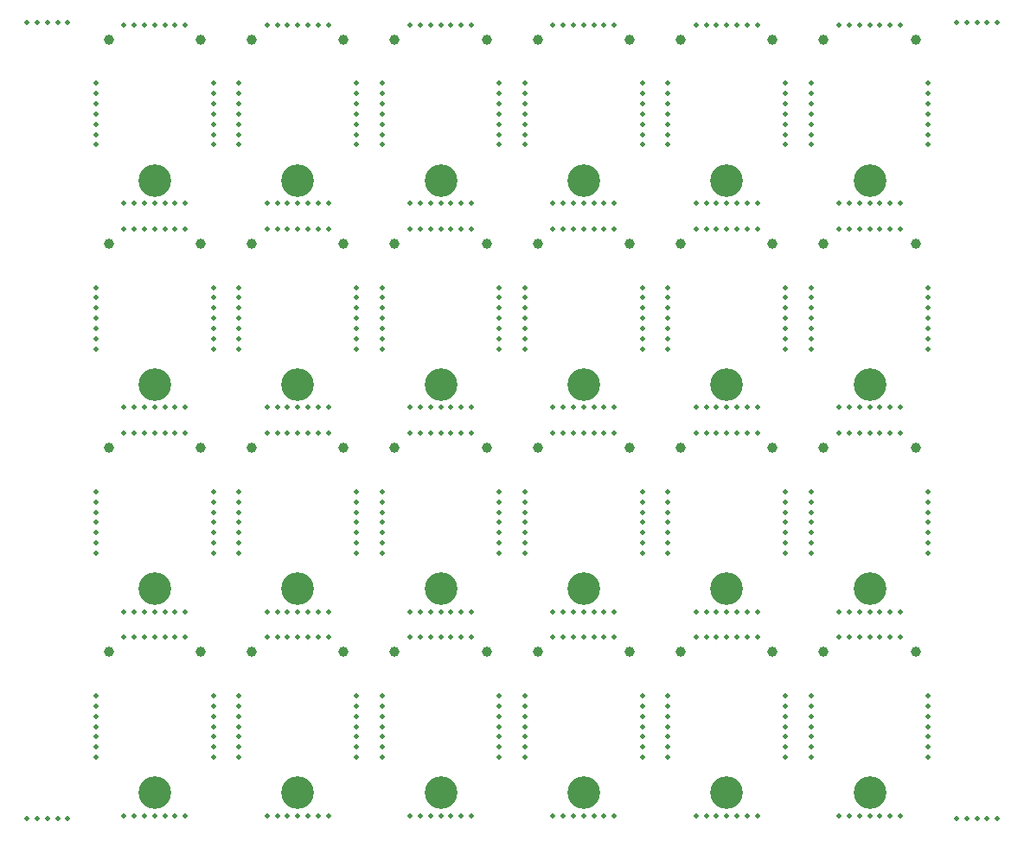
<source format=gbs>
G04 #@! TF.GenerationSoftware,KiCad,Pcbnew,(6.0.9)*
G04 #@! TF.CreationDate,2022-12-08T09:34:55+09:00*
G04 #@! TF.ProjectId,EndPCRailBoard-PNLZ,456e6450-4352-4616-996c-426f6172642d,rev?*
G04 #@! TF.SameCoordinates,PX3938700PY1c9c380*
G04 #@! TF.FileFunction,Soldermask,Bot*
G04 #@! TF.FilePolarity,Negative*
%FSLAX46Y46*%
G04 Gerber Fmt 4.6, Leading zero omitted, Abs format (unit mm)*
G04 Created by KiCad (PCBNEW (6.0.9)) date 2022-12-08 09:34:55*
%MOMM*%
%LPD*%
G01*
G04 APERTURE LIST*
%ADD10C,0.500000*%
%ADD11C,1.000000*%
%ADD12C,3.200000*%
G04 APERTURE END LIST*
D10*
X74750000Y-39000000D03*
D11*
X17500000Y-68700000D03*
D10*
X77250000Y-75000000D03*
X13000000Y-44750000D03*
X85000000Y-64750000D03*
X88750000Y-17000000D03*
X26000000Y-64750000D03*
X88750000Y-13000000D03*
X81000000Y-7250000D03*
X7250000Y-34000000D03*
X93500000Y-85000000D03*
X60750000Y-37000000D03*
X68000000Y-64750000D03*
D11*
X64500000Y-48700000D03*
D10*
X49250000Y-35000000D03*
X49250000Y-18000000D03*
X71000000Y-47250000D03*
D11*
X50500000Y-28700000D03*
D10*
X83000000Y-67250000D03*
X49250000Y-34000000D03*
X77250000Y-79000000D03*
X63250000Y-19000000D03*
X80000000Y-47250000D03*
X52000000Y-67250000D03*
X74750000Y-58000000D03*
X27000000Y-7250000D03*
X77250000Y-36000000D03*
X35250000Y-36000000D03*
X54000000Y-7250000D03*
X80000000Y-84750000D03*
X84000000Y-67250000D03*
X71000000Y-64750000D03*
X70000000Y-27250000D03*
D11*
X31500000Y-28700000D03*
D10*
X52000000Y-44750000D03*
X39000000Y-27250000D03*
D12*
X13000000Y-22500000D03*
D10*
X35250000Y-58000000D03*
X77250000Y-17000000D03*
X21250000Y-35000000D03*
X46750000Y-18000000D03*
X88750000Y-58000000D03*
X82000000Y-24750000D03*
X70000000Y-44750000D03*
X25000000Y-47250000D03*
X25000000Y-24750000D03*
X30000000Y-44750000D03*
X41000000Y-47250000D03*
X52000000Y-84750000D03*
X86000000Y-64750000D03*
X12000000Y-44750000D03*
X11000000Y-67250000D03*
X32750000Y-33000000D03*
X74750000Y-19000000D03*
X21250000Y-18000000D03*
X52000000Y-27250000D03*
X46750000Y-38000000D03*
X83000000Y-44750000D03*
X70000000Y-67250000D03*
X77250000Y-56000000D03*
D12*
X13000000Y-42500000D03*
D10*
X63250000Y-37000000D03*
X74750000Y-55000000D03*
X28000000Y-27250000D03*
X10000000Y-24750000D03*
X32750000Y-18000000D03*
X85000000Y-7250000D03*
X54000000Y-44750000D03*
X10000000Y-7250000D03*
X18750000Y-15000000D03*
X15000000Y-24750000D03*
X18750000Y-36000000D03*
X11000000Y-24750000D03*
X27000000Y-24750000D03*
X25000000Y-84750000D03*
X67000000Y-27250000D03*
X49250000Y-77000000D03*
X71000000Y-84750000D03*
X56000000Y-24750000D03*
X18750000Y-79000000D03*
X7250000Y-39000000D03*
D12*
X27000000Y-22500000D03*
D10*
X52000000Y-47250000D03*
X21250000Y-37000000D03*
X21250000Y-58000000D03*
X21250000Y-56000000D03*
X18750000Y-17000000D03*
X77250000Y-14000000D03*
X58000000Y-84750000D03*
X70000000Y-84750000D03*
X44000000Y-67250000D03*
X30000000Y-27250000D03*
X71000000Y-7250000D03*
X68000000Y-24750000D03*
X35250000Y-14000000D03*
X35250000Y-54000000D03*
X88750000Y-53000000D03*
X85000000Y-84750000D03*
X63250000Y-53000000D03*
X12000000Y-84750000D03*
X74750000Y-77000000D03*
D11*
X45500000Y-68700000D03*
D10*
X81000000Y-44750000D03*
X46750000Y-36000000D03*
X46750000Y-17000000D03*
X56000000Y-44750000D03*
X10000000Y-64750000D03*
X18750000Y-75000000D03*
X25000000Y-67250000D03*
X80000000Y-7250000D03*
X56000000Y-67250000D03*
X24000000Y-24750000D03*
X27000000Y-67250000D03*
X74750000Y-36000000D03*
X40000000Y-44750000D03*
X88750000Y-19000000D03*
D11*
X87500000Y-8700000D03*
D10*
X69000000Y-27250000D03*
X7250000Y-59000000D03*
X63250000Y-75000000D03*
X35250000Y-17000000D03*
X60750000Y-35000000D03*
X49250000Y-15000000D03*
D12*
X27000000Y-42500000D03*
D10*
X72000000Y-24750000D03*
X66000000Y-47250000D03*
X26000000Y-24750000D03*
X52000000Y-64750000D03*
X29000000Y-64750000D03*
X49250000Y-78000000D03*
X18750000Y-77000000D03*
X13000000Y-64750000D03*
X7250000Y-37000000D03*
X32750000Y-76000000D03*
X21250000Y-15000000D03*
X77250000Y-13000000D03*
X25000000Y-7250000D03*
X35250000Y-33000000D03*
X41000000Y-27250000D03*
X38000000Y-67250000D03*
X21250000Y-57000000D03*
X88750000Y-78000000D03*
X58000000Y-64750000D03*
X49250000Y-36000000D03*
X43000000Y-27250000D03*
X74750000Y-59000000D03*
X46750000Y-79000000D03*
X68000000Y-44750000D03*
X85000000Y-67250000D03*
X26000000Y-44750000D03*
X57000000Y-47250000D03*
X63250000Y-36000000D03*
X29000000Y-44750000D03*
X49250000Y-16000000D03*
X49250000Y-14000000D03*
X46750000Y-56000000D03*
X46750000Y-16000000D03*
X32750000Y-57000000D03*
X42000000Y-24750000D03*
X42000000Y-44750000D03*
X28000000Y-67250000D03*
X42000000Y-67250000D03*
X11000000Y-84750000D03*
X74750000Y-38000000D03*
X7250000Y-55000000D03*
X80000000Y-24750000D03*
X53000000Y-44750000D03*
X57000000Y-64750000D03*
X60750000Y-36000000D03*
X84000000Y-24750000D03*
X49250000Y-13000000D03*
X32750000Y-77000000D03*
X77250000Y-54000000D03*
X35250000Y-19000000D03*
X16000000Y-84750000D03*
X46750000Y-78000000D03*
X39000000Y-47250000D03*
X21250000Y-76000000D03*
X40000000Y-84750000D03*
X84000000Y-27250000D03*
X88750000Y-34000000D03*
X72000000Y-27250000D03*
X66000000Y-84750000D03*
X12000000Y-24750000D03*
D12*
X55000000Y-82500000D03*
D10*
X21250000Y-19000000D03*
X11000000Y-64750000D03*
X18750000Y-34000000D03*
X63250000Y-38000000D03*
X35250000Y-79000000D03*
X18750000Y-13000000D03*
X80000000Y-27250000D03*
X88750000Y-54000000D03*
X60750000Y-34000000D03*
X43000000Y-44750000D03*
X15000000Y-84750000D03*
X94500000Y-7000000D03*
X46750000Y-75000000D03*
D11*
X87500000Y-68700000D03*
D10*
X11000000Y-47250000D03*
X1500000Y-85000000D03*
X35250000Y-34000000D03*
X41000000Y-7250000D03*
X18750000Y-37000000D03*
X24000000Y-64750000D03*
X32750000Y-15000000D03*
X49250000Y-57000000D03*
D12*
X69000000Y-22500000D03*
D10*
X60750000Y-15000000D03*
X1500000Y-7000000D03*
X18750000Y-53000000D03*
X7250000Y-58000000D03*
X63250000Y-15000000D03*
X86000000Y-24750000D03*
X18750000Y-74000000D03*
X77250000Y-16000000D03*
D11*
X78500000Y-68700000D03*
D10*
X30000000Y-67250000D03*
X42000000Y-47250000D03*
X57000000Y-84750000D03*
X83000000Y-64750000D03*
X7250000Y-35000000D03*
X60750000Y-13000000D03*
X77250000Y-35000000D03*
X53000000Y-27250000D03*
X53000000Y-67250000D03*
X41000000Y-67250000D03*
X94500000Y-85000000D03*
D11*
X50500000Y-8700000D03*
D10*
X28000000Y-64750000D03*
X27000000Y-84750000D03*
D12*
X55000000Y-22500000D03*
D10*
X77250000Y-58000000D03*
X12000000Y-67250000D03*
X88750000Y-18000000D03*
X49250000Y-55000000D03*
X29000000Y-84750000D03*
X72000000Y-44750000D03*
X57000000Y-27250000D03*
X84000000Y-44750000D03*
X63250000Y-54000000D03*
X55000000Y-67250000D03*
X2500000Y-85000000D03*
X39000000Y-44750000D03*
X10000000Y-47250000D03*
X55000000Y-44750000D03*
X74750000Y-56000000D03*
X60750000Y-38000000D03*
X46750000Y-74000000D03*
D11*
X73500000Y-48700000D03*
D10*
X38000000Y-27250000D03*
X55000000Y-64750000D03*
X21250000Y-59000000D03*
X72000000Y-64750000D03*
X32750000Y-75000000D03*
X15000000Y-7250000D03*
D11*
X36500000Y-8700000D03*
D10*
X63250000Y-74000000D03*
X44000000Y-64750000D03*
D11*
X87500000Y-28700000D03*
D12*
X55000000Y-62500000D03*
D10*
X21250000Y-54000000D03*
X24000000Y-27250000D03*
X16000000Y-27250000D03*
X21250000Y-39000000D03*
X7250000Y-16000000D03*
X69000000Y-47250000D03*
X67000000Y-7250000D03*
X46750000Y-34000000D03*
X58000000Y-67250000D03*
X7250000Y-18000000D03*
D11*
X36500000Y-28700000D03*
D10*
X56000000Y-84750000D03*
X7250000Y-77000000D03*
X32750000Y-58000000D03*
X54000000Y-47250000D03*
X18750000Y-54000000D03*
X80000000Y-64750000D03*
X55000000Y-27250000D03*
X83000000Y-27250000D03*
X29000000Y-67250000D03*
X46750000Y-76000000D03*
X60750000Y-77000000D03*
X29000000Y-7250000D03*
X85000000Y-47250000D03*
X13000000Y-84750000D03*
X93500000Y-7000000D03*
X7250000Y-57000000D03*
X66000000Y-67250000D03*
X30000000Y-84750000D03*
X15000000Y-47250000D03*
X84000000Y-84750000D03*
X18750000Y-14000000D03*
X81000000Y-67250000D03*
X60750000Y-19000000D03*
X82000000Y-44750000D03*
X54000000Y-27250000D03*
X69000000Y-44750000D03*
X43000000Y-67250000D03*
X63250000Y-58000000D03*
X43000000Y-84750000D03*
X35250000Y-57000000D03*
X14000000Y-27250000D03*
X54000000Y-67250000D03*
X21250000Y-79000000D03*
D11*
X73500000Y-68700000D03*
D10*
X10000000Y-27250000D03*
X25000000Y-64750000D03*
X35250000Y-39000000D03*
D11*
X78500000Y-28700000D03*
X50500000Y-68700000D03*
D10*
X26000000Y-27250000D03*
X60750000Y-56000000D03*
X74750000Y-73000000D03*
X88750000Y-59000000D03*
X21250000Y-75000000D03*
X42000000Y-7250000D03*
X81000000Y-47250000D03*
X60750000Y-14000000D03*
X83000000Y-47250000D03*
X30000000Y-24750000D03*
X7250000Y-38000000D03*
X77250000Y-78000000D03*
X35250000Y-35000000D03*
X77250000Y-38000000D03*
X55000000Y-7250000D03*
X32750000Y-35000000D03*
X57000000Y-44750000D03*
X66000000Y-44750000D03*
X38000000Y-64750000D03*
D11*
X59500000Y-48700000D03*
D10*
X84000000Y-64750000D03*
X26000000Y-47250000D03*
X7250000Y-13000000D03*
X60750000Y-59000000D03*
X56000000Y-27250000D03*
X43000000Y-7250000D03*
X46750000Y-54000000D03*
X49250000Y-73000000D03*
X49250000Y-38000000D03*
X32750000Y-13000000D03*
X63250000Y-14000000D03*
X13000000Y-27250000D03*
X66000000Y-27250000D03*
X46750000Y-35000000D03*
X88750000Y-35000000D03*
X11000000Y-44750000D03*
X46750000Y-14000000D03*
D11*
X8500000Y-28700000D03*
D10*
X54000000Y-64750000D03*
X16000000Y-47250000D03*
X60750000Y-39000000D03*
X88750000Y-39000000D03*
X52000000Y-24750000D03*
D12*
X69000000Y-42500000D03*
D10*
X35250000Y-59000000D03*
X63250000Y-77000000D03*
X66000000Y-64750000D03*
D11*
X31500000Y-8700000D03*
D10*
X56000000Y-64750000D03*
X28000000Y-84750000D03*
D12*
X27000000Y-62500000D03*
D10*
X43000000Y-47250000D03*
X7250000Y-53000000D03*
X88750000Y-14000000D03*
X26000000Y-7250000D03*
X70000000Y-24750000D03*
X86000000Y-47250000D03*
X54000000Y-24750000D03*
X30000000Y-47250000D03*
X35250000Y-18000000D03*
X74750000Y-13000000D03*
X77250000Y-18000000D03*
X83000000Y-7250000D03*
X46750000Y-77000000D03*
X60750000Y-58000000D03*
D12*
X13000000Y-62500000D03*
D10*
X39000000Y-64750000D03*
D12*
X83000000Y-82500000D03*
D10*
X68000000Y-47250000D03*
X77250000Y-33000000D03*
X21250000Y-77000000D03*
X91500000Y-85000000D03*
D12*
X41000000Y-22500000D03*
D10*
X63250000Y-18000000D03*
X7250000Y-74000000D03*
X95500000Y-85000000D03*
X40000000Y-64750000D03*
X14000000Y-44750000D03*
X81000000Y-84750000D03*
X21250000Y-16000000D03*
X18750000Y-76000000D03*
X53000000Y-47250000D03*
X63250000Y-35000000D03*
X85000000Y-44750000D03*
X67000000Y-47250000D03*
X63250000Y-57000000D03*
X63250000Y-16000000D03*
X69000000Y-7250000D03*
X32750000Y-59000000D03*
X35250000Y-16000000D03*
X46750000Y-33000000D03*
X77250000Y-57000000D03*
X14000000Y-24750000D03*
X21250000Y-53000000D03*
X26000000Y-84750000D03*
X63250000Y-33000000D03*
X82000000Y-64750000D03*
X66000000Y-24750000D03*
D11*
X73500000Y-28700000D03*
D10*
X60750000Y-16000000D03*
X32750000Y-79000000D03*
X41000000Y-84750000D03*
X77250000Y-53000000D03*
D11*
X22500000Y-8700000D03*
D10*
X7250000Y-56000000D03*
X63250000Y-34000000D03*
X35250000Y-73000000D03*
X55000000Y-84750000D03*
X32750000Y-53000000D03*
X15000000Y-67250000D03*
X15000000Y-27250000D03*
X68000000Y-67250000D03*
X54000000Y-84750000D03*
X60750000Y-78000000D03*
X81000000Y-64750000D03*
X63250000Y-73000000D03*
X13000000Y-47250000D03*
X74750000Y-17000000D03*
X49250000Y-37000000D03*
X58000000Y-27250000D03*
X18750000Y-16000000D03*
X85000000Y-27250000D03*
X46750000Y-39000000D03*
X57000000Y-67250000D03*
D11*
X64500000Y-68700000D03*
D10*
X7250000Y-79000000D03*
X18750000Y-33000000D03*
X88750000Y-15000000D03*
X56000000Y-7250000D03*
X88750000Y-16000000D03*
X63250000Y-78000000D03*
X14000000Y-67250000D03*
X74750000Y-54000000D03*
X63250000Y-17000000D03*
X82000000Y-27250000D03*
X80000000Y-67250000D03*
X88750000Y-37000000D03*
X77250000Y-39000000D03*
X24000000Y-84750000D03*
X63250000Y-79000000D03*
X21250000Y-13000000D03*
D11*
X31500000Y-68700000D03*
D12*
X83000000Y-22500000D03*
D11*
X73500000Y-8700000D03*
D10*
X46750000Y-73000000D03*
X39000000Y-7250000D03*
X53000000Y-7250000D03*
X49250000Y-53000000D03*
X4500000Y-85000000D03*
X77250000Y-76000000D03*
X38000000Y-47250000D03*
X21250000Y-33000000D03*
X68000000Y-7250000D03*
X10000000Y-84750000D03*
X69000000Y-64750000D03*
X60750000Y-57000000D03*
X67000000Y-64750000D03*
X60750000Y-33000000D03*
D11*
X64500000Y-8700000D03*
D10*
X32750000Y-34000000D03*
X83000000Y-24750000D03*
X38000000Y-24750000D03*
X25000000Y-27250000D03*
X14000000Y-47250000D03*
X40000000Y-47250000D03*
X21250000Y-55000000D03*
X70000000Y-64750000D03*
X16000000Y-64750000D03*
X18750000Y-56000000D03*
X40000000Y-67250000D03*
X84000000Y-47250000D03*
X12000000Y-47250000D03*
X7250000Y-36000000D03*
X91500000Y-7000000D03*
D11*
X8500000Y-48700000D03*
D10*
X2500000Y-7000000D03*
X21250000Y-73000000D03*
X84000000Y-7250000D03*
X24000000Y-67250000D03*
X44000000Y-84750000D03*
X82000000Y-84750000D03*
X71000000Y-44750000D03*
X7250000Y-19000000D03*
D11*
X78500000Y-8700000D03*
D12*
X55000000Y-42500000D03*
D10*
X7250000Y-17000000D03*
X83000000Y-84750000D03*
D11*
X22500000Y-68700000D03*
D10*
X74750000Y-37000000D03*
X10000000Y-67250000D03*
X28000000Y-44750000D03*
X24000000Y-44750000D03*
X82000000Y-7250000D03*
X60750000Y-75000000D03*
X55000000Y-24750000D03*
D11*
X17500000Y-48700000D03*
D10*
X46750000Y-37000000D03*
X11000000Y-27250000D03*
X71000000Y-24750000D03*
X16000000Y-7250000D03*
X74750000Y-15000000D03*
X42000000Y-27250000D03*
D12*
X41000000Y-42500000D03*
D10*
X67000000Y-44750000D03*
X46750000Y-59000000D03*
X13000000Y-7250000D03*
X52000000Y-7250000D03*
X35250000Y-53000000D03*
X18750000Y-38000000D03*
X68000000Y-27250000D03*
X46750000Y-57000000D03*
X16000000Y-67250000D03*
X74750000Y-34000000D03*
D12*
X69000000Y-62500000D03*
D10*
X41000000Y-24750000D03*
X29000000Y-24750000D03*
X63250000Y-55000000D03*
X88750000Y-57000000D03*
X44000000Y-7250000D03*
X86000000Y-84750000D03*
X80000000Y-44750000D03*
X82000000Y-67250000D03*
X16000000Y-24750000D03*
X66000000Y-7250000D03*
X15000000Y-44750000D03*
X60750000Y-76000000D03*
X18750000Y-19000000D03*
X46750000Y-15000000D03*
X58000000Y-7250000D03*
X38000000Y-84750000D03*
X60750000Y-73000000D03*
X32750000Y-36000000D03*
X32750000Y-14000000D03*
X27000000Y-47250000D03*
X25000000Y-44750000D03*
X7250000Y-73000000D03*
X35250000Y-13000000D03*
X49250000Y-19000000D03*
X24000000Y-7250000D03*
X35250000Y-78000000D03*
X63250000Y-56000000D03*
X74750000Y-76000000D03*
X21250000Y-74000000D03*
X77250000Y-34000000D03*
X12000000Y-64750000D03*
X500000Y-85000000D03*
D12*
X27000000Y-82500000D03*
D10*
X49250000Y-74000000D03*
X46750000Y-58000000D03*
X49250000Y-17000000D03*
X86000000Y-44750000D03*
D11*
X8500000Y-68700000D03*
D10*
X32750000Y-19000000D03*
X72000000Y-67250000D03*
X88750000Y-75000000D03*
X49250000Y-75000000D03*
X74750000Y-16000000D03*
D11*
X31500000Y-48700000D03*
D12*
X41000000Y-62500000D03*
D10*
X18750000Y-18000000D03*
X46750000Y-55000000D03*
X85000000Y-24750000D03*
X39000000Y-67250000D03*
X12000000Y-7250000D03*
X60750000Y-55000000D03*
X32750000Y-38000000D03*
X15000000Y-64750000D03*
X32750000Y-16000000D03*
X60750000Y-53000000D03*
X53000000Y-84750000D03*
X77250000Y-55000000D03*
X46750000Y-13000000D03*
X18750000Y-39000000D03*
X40000000Y-27250000D03*
X70000000Y-7250000D03*
D11*
X45500000Y-48700000D03*
D10*
X92500000Y-85000000D03*
X500000Y-7000000D03*
X27000000Y-27250000D03*
X95500000Y-7000000D03*
X49250000Y-56000000D03*
X18750000Y-73000000D03*
X30000000Y-64750000D03*
X71000000Y-67250000D03*
X44000000Y-44750000D03*
X77250000Y-15000000D03*
X35250000Y-74000000D03*
X67000000Y-24750000D03*
X55000000Y-47250000D03*
X38000000Y-44750000D03*
X86000000Y-7250000D03*
X32750000Y-37000000D03*
X58000000Y-47250000D03*
X35250000Y-75000000D03*
D11*
X59500000Y-28700000D03*
D10*
X7250000Y-78000000D03*
X49250000Y-76000000D03*
X88750000Y-76000000D03*
X49250000Y-54000000D03*
X53000000Y-24750000D03*
X40000000Y-24750000D03*
X46750000Y-19000000D03*
X57000000Y-7250000D03*
X42000000Y-64750000D03*
D11*
X59500000Y-8700000D03*
D10*
X32750000Y-54000000D03*
X72000000Y-47250000D03*
X68000000Y-84750000D03*
X24000000Y-47250000D03*
X21250000Y-17000000D03*
X82000000Y-47250000D03*
X26000000Y-67250000D03*
X88750000Y-73000000D03*
X88750000Y-79000000D03*
X32750000Y-56000000D03*
D11*
X59500000Y-68700000D03*
D10*
X74750000Y-53000000D03*
X74750000Y-74000000D03*
D11*
X36500000Y-48700000D03*
D10*
X74750000Y-35000000D03*
X56000000Y-47250000D03*
D12*
X83000000Y-62500000D03*
D10*
X18750000Y-55000000D03*
X60750000Y-74000000D03*
X32750000Y-17000000D03*
X88750000Y-74000000D03*
X70000000Y-47250000D03*
X21250000Y-34000000D03*
X74750000Y-33000000D03*
X69000000Y-24750000D03*
X44000000Y-47250000D03*
X41000000Y-44750000D03*
D11*
X87500000Y-48700000D03*
D10*
X63250000Y-39000000D03*
X49250000Y-33000000D03*
X46750000Y-53000000D03*
X32750000Y-73000000D03*
X88750000Y-36000000D03*
X58000000Y-24750000D03*
X43000000Y-64750000D03*
X18750000Y-78000000D03*
X77250000Y-19000000D03*
X18750000Y-35000000D03*
X27000000Y-44750000D03*
X7250000Y-54000000D03*
X72000000Y-84750000D03*
X63250000Y-76000000D03*
X35250000Y-55000000D03*
X7250000Y-76000000D03*
X88750000Y-38000000D03*
X32750000Y-78000000D03*
X35250000Y-76000000D03*
X49250000Y-79000000D03*
X3500000Y-85000000D03*
X86000000Y-27250000D03*
X88750000Y-77000000D03*
X21250000Y-14000000D03*
X63250000Y-13000000D03*
X77250000Y-73000000D03*
X77250000Y-37000000D03*
X14000000Y-84750000D03*
X41000000Y-64750000D03*
X74750000Y-14000000D03*
X69000000Y-84750000D03*
X88750000Y-33000000D03*
X10000000Y-44750000D03*
X38000000Y-7250000D03*
D11*
X17500000Y-28700000D03*
D10*
X21250000Y-36000000D03*
X77250000Y-59000000D03*
X18750000Y-58000000D03*
X69000000Y-67250000D03*
X77250000Y-74000000D03*
X14000000Y-64750000D03*
X35250000Y-38000000D03*
X29000000Y-27250000D03*
X28000000Y-7250000D03*
X28000000Y-24750000D03*
X49250000Y-39000000D03*
D11*
X8500000Y-8700000D03*
X17500000Y-8700000D03*
D10*
X7250000Y-14000000D03*
X92500000Y-7000000D03*
X39000000Y-24750000D03*
X77250000Y-77000000D03*
X88750000Y-56000000D03*
X14000000Y-7250000D03*
X60750000Y-17000000D03*
X30000000Y-7250000D03*
X86000000Y-67250000D03*
X40000000Y-7250000D03*
X44000000Y-24750000D03*
X4500000Y-7000000D03*
X81000000Y-27250000D03*
X18750000Y-59000000D03*
X44000000Y-27250000D03*
X60750000Y-18000000D03*
D11*
X36500000Y-68700000D03*
D10*
X16000000Y-44750000D03*
D11*
X22500000Y-48700000D03*
D10*
X42000000Y-84750000D03*
X49250000Y-58000000D03*
X13000000Y-67250000D03*
X29000000Y-47250000D03*
X35250000Y-37000000D03*
X58000000Y-44750000D03*
X39000000Y-84750000D03*
X49250000Y-59000000D03*
X74750000Y-78000000D03*
D11*
X78500000Y-48700000D03*
D10*
X81000000Y-24750000D03*
X60750000Y-79000000D03*
D12*
X13000000Y-82500000D03*
D10*
X11000000Y-7250000D03*
X12000000Y-27250000D03*
X7250000Y-15000000D03*
X7250000Y-33000000D03*
X21250000Y-78000000D03*
X27000000Y-64750000D03*
X3500000Y-7000000D03*
X32750000Y-39000000D03*
D11*
X45500000Y-8700000D03*
D10*
X21250000Y-38000000D03*
X57000000Y-24750000D03*
X74750000Y-18000000D03*
X88750000Y-55000000D03*
X18750000Y-57000000D03*
X53000000Y-64750000D03*
X35250000Y-77000000D03*
X7250000Y-75000000D03*
X71000000Y-27250000D03*
D12*
X83000000Y-42500000D03*
D11*
X64500000Y-28700000D03*
D10*
X67000000Y-67250000D03*
X32750000Y-74000000D03*
X74750000Y-57000000D03*
X72000000Y-7250000D03*
X43000000Y-24750000D03*
X28000000Y-47250000D03*
X35250000Y-56000000D03*
X74750000Y-75000000D03*
X35250000Y-15000000D03*
X67000000Y-84750000D03*
X13000000Y-24750000D03*
D11*
X45500000Y-28700000D03*
D10*
X74750000Y-79000000D03*
D11*
X22500000Y-28700000D03*
D12*
X41000000Y-82500000D03*
D11*
X50500000Y-48700000D03*
D10*
X60750000Y-54000000D03*
D12*
X69000000Y-82500000D03*
D10*
X63250000Y-59000000D03*
X32750000Y-55000000D03*
M02*

</source>
